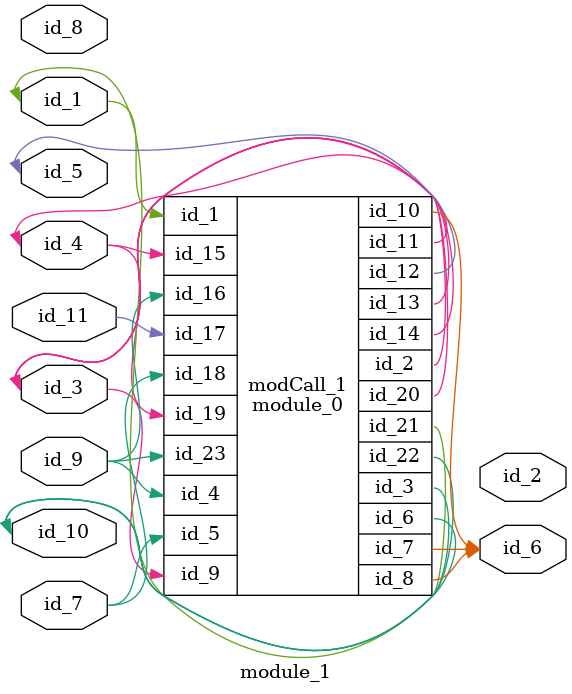
<source format=v>
module module_0 (
    id_1,
    id_2,
    id_3,
    id_4,
    id_5,
    id_6,
    id_7,
    id_8,
    id_9,
    id_10,
    id_11,
    id_12,
    id_13,
    id_14,
    id_15,
    id_16,
    id_17,
    id_18,
    id_19,
    id_20,
    id_21,
    id_22,
    id_23
);
  input wire id_23;
  inout wire id_22;
  output wire id_21;
  inout wire id_20;
  input wire id_19;
  input wire id_18;
  input wire id_17;
  input wire id_16;
  input wire id_15;
  output wire id_14;
  inout wire id_13;
  inout wire id_12;
  output wire id_11;
  output wire id_10;
  input wire id_9;
  output wire id_8;
  output wire id_7;
  inout wire id_6;
  input wire id_5;
  input wire id_4;
  output wire id_3;
  output wire id_2;
  input wire id_1;
endmodule
module module_1 (
    id_1,
    id_2,
    id_3,
    id_4,
    id_5,
    id_6,
    id_7,
    id_8,
    id_9,
    id_10,
    id_11
);
  input wire id_11;
  inout wire id_10;
  input wire id_9;
  input wire id_8;
  input wire id_7;
  output wire id_6;
  inout wire id_5;
  inout wire id_4;
  inout wire id_3;
  output wire id_2;
  inout wire id_1;
  assign id_2[$realtime] = 1'b0;
  module_0 modCall_1 (
      id_1,
      id_3,
      id_10,
      id_9,
      id_7,
      id_10,
      id_6,
      id_6,
      id_3,
      id_6,
      id_3,
      id_5,
      id_4,
      id_3,
      id_4,
      id_9,
      id_11,
      id_7,
      id_4,
      id_3,
      id_1,
      id_10,
      id_9
  );
  wire id_12;
endmodule

</source>
